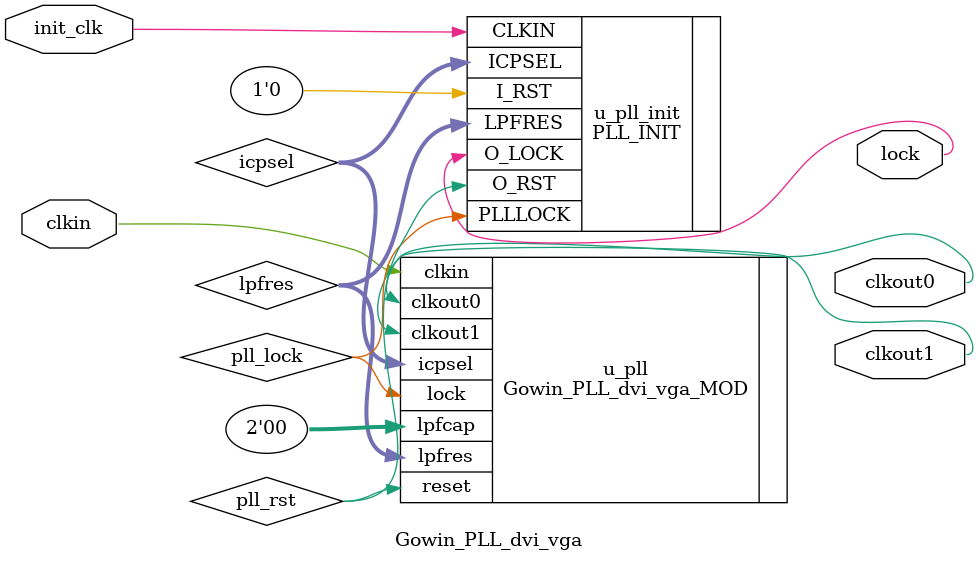
<source format=v>
module Gowin_PLL_dvi_vga(
    clkin,
    init_clk,
    clkout0,
    clkout1,
    lock
);


input clkin;
input init_clk;
output clkout0;
output clkout1;
output lock;
wire [5:0] icpsel;
wire [2:0] lpfres;
wire pll_lock;
wire pll_rst;


    Gowin_PLL_dvi_vga_MOD u_pll(
        .clkout1(clkout1),
        .clkout0(clkout0),
        .lock(pll_lock),
        .clkin(clkin),
        .reset(pll_rst),
        .icpsel(icpsel),
        .lpfres(lpfres),
        .lpfcap(2'b00)
    );


    PLL_INIT u_pll_init(
        .CLKIN(init_clk),
        .I_RST(1'b0),
        .O_RST(pll_rst),
        .PLLLOCK(pll_lock),
        .O_LOCK(lock),
        .ICPSEL(icpsel),
        .LPFRES(lpfres)
    );
    defparam u_pll_init.CLK_PERIOD = 20;
    defparam u_pll_init.MULTI_FAC = 15;


endmodule

</source>
